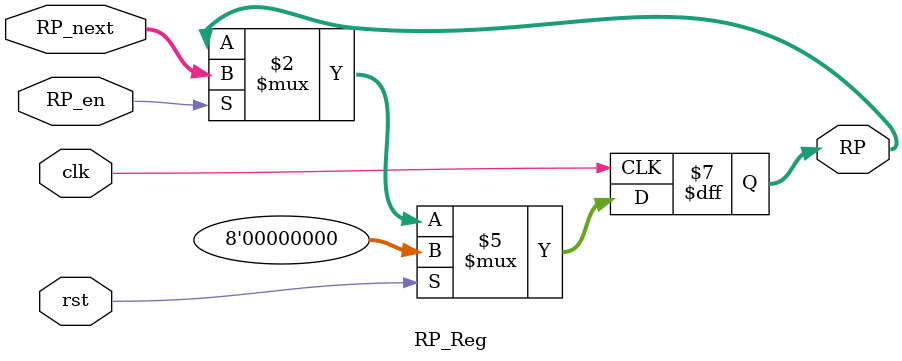
<source format=v>
`timescale 1ns / 1ps

module RP_Reg
(
    input clk,
    input rst,
    input RP_en,
    input [7:0] RP_next,

    output reg [7:0] RP
);

    always @(posedge clk) begin
        if (rst) begin
            RP <= 0;
        end
        else if(RP_en) begin
            RP <= RP_next;
        end
    end

endmodule
</source>
